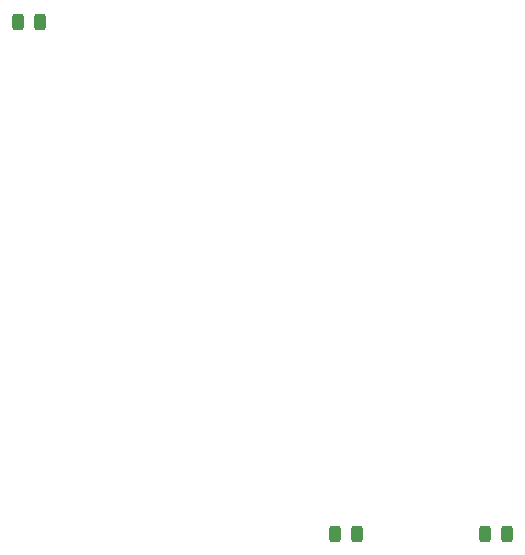
<source format=gbr>
%TF.GenerationSoftware,KiCad,Pcbnew,(6.0.1)*%
%TF.CreationDate,2022-05-11T20:09:52-07:00*%
%TF.ProjectId,BlackberryJam_pcb,426c6163-6b62-4657-9272-794a616d5f70,rev?*%
%TF.SameCoordinates,Original*%
%TF.FileFunction,Paste,Top*%
%TF.FilePolarity,Positive*%
%FSLAX46Y46*%
G04 Gerber Fmt 4.6, Leading zero omitted, Abs format (unit mm)*
G04 Created by KiCad (PCBNEW (6.0.1)) date 2022-05-11 20:09:52*
%MOMM*%
%LPD*%
G01*
G04 APERTURE LIST*
G04 Aperture macros list*
%AMRoundRect*
0 Rectangle with rounded corners*
0 $1 Rounding radius*
0 $2 $3 $4 $5 $6 $7 $8 $9 X,Y pos of 4 corners*
0 Add a 4 corners polygon primitive as box body*
4,1,4,$2,$3,$4,$5,$6,$7,$8,$9,$2,$3,0*
0 Add four circle primitives for the rounded corners*
1,1,$1+$1,$2,$3*
1,1,$1+$1,$4,$5*
1,1,$1+$1,$6,$7*
1,1,$1+$1,$8,$9*
0 Add four rect primitives between the rounded corners*
20,1,$1+$1,$2,$3,$4,$5,0*
20,1,$1+$1,$4,$5,$6,$7,0*
20,1,$1+$1,$6,$7,$8,$9,0*
20,1,$1+$1,$8,$9,$2,$3,0*%
G04 Aperture macros list end*
%ADD10RoundRect,0.243750X0.243750X0.456250X-0.243750X0.456250X-0.243750X-0.456250X0.243750X-0.456250X0*%
%ADD11RoundRect,0.243750X-0.243750X-0.456250X0.243750X-0.456250X0.243750X0.456250X-0.243750X0.456250X0*%
G04 APERTURE END LIST*
D10*
%TO.C,D2*%
X8723750Y-12533750D03*
X6848750Y-12533750D03*
%TD*%
D11*
%TO.C,D3*%
X46385000Y-55880000D03*
X48260000Y-55880000D03*
%TD*%
%TO.C,D1*%
X33685000Y-55880000D03*
X35560000Y-55880000D03*
%TD*%
M02*

</source>
